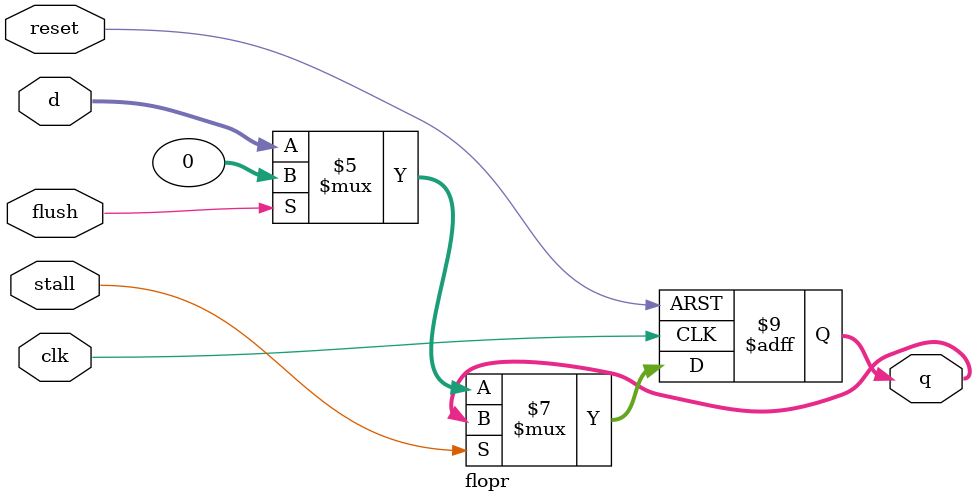
<source format=v>
module flopr(
				input clk,
				input reset,
				input stall,
				input flush,
				input [width - 1:0] d,
				
				output reg [width - 1:0] q
				);
	
	parameter width = 32;	
	
	always@(negedge clk or negedge reset)
		begin
		if(!reset)
			q <= {width{1'b0}};

		else if(!stall)
			begin
				if(flush)
					q <= {width{1'b0}};

				else
					q <= d;
			end
		end
endmodule
</source>
